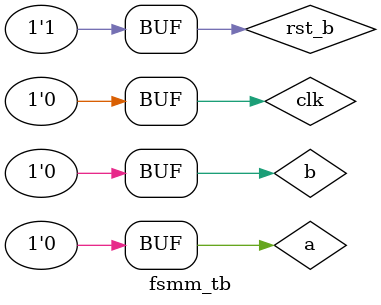
<source format=v>
module fsmm(
    input a,
    input b,
    input clk,
    input rst_b,
    output reg m,
    output reg n
);

localparam S0_ST  =  5'b00001;
localparam S1_ST  =  5'b00010;
localparam S2_ST  =  5'b00100;
localparam S3_ST  =  5'b01000;
localparam S4_ST  =  5'b10000;

reg [4:0] state, next_state;

always @(*) begin
    {m, n} = 2'b00;
    case(state)
        S0_ST : begin
            if(~a) begin
                next_state = S0_ST;
                {m, n} = 2'b00;
            end else if(a & b) begin
                next_state = S4_ST;
                {m, n} = 2'b10;
            end else if(a & ~b) begin
                next_state = S1_ST;
                {m, n} = 2'b01;
            end
        end
        S1_ST : begin
            next_state = S2_ST;
            {m, n} = 2'b11;
        end
        S2_ST : begin 
            if(~a) begin 
                next_state = S4_ST;
                {m, n} = 2'b01;
            end else begin
                next_state = S3_ST;
                {m, n} = 2'b10;
            end
        end
        S3_ST : begin 
            if(~a & b) begin
                next_state = S3_ST;
                {m, n} = 2'b11;
            end else if(a & ~b) begin
                next_state = S0_ST;
                {m, n} = 2'b11;
            end else if(a & b) begin
                next_state = S4_ST;
                {m, n} = 2'b00;
            end
        end
        S4_ST : begin
            if(~b) begin
                next_state = S4_ST;
                {m, n} = 2'b01;
            end else begin
                next_state = S1_ST;
                {m, n} = 2'b11;
            end
        end
    endcase
end

always @(posedge clk, negedge rst_b) begin
    if(~rst_b)
        state <= S0_ST;
    else
        state <= next_state;
end


endmodule

module fsmm_tb;

reg clk, rst_b, a, b;
wire m, n;

fsmm dut(
    .a(a),
    .b(b),
    .clk(clk),
    .rst_b(rst_b),
    .m(m),
    .n(n)
);

// Clock
localparam CLK_PERIOD = 100; 
localparam CLK_CYCLES = 8;
initial begin
    clk = 0;
    repeat (2*CLK_CYCLES) #(CLK_PERIOD/2) clk = ~clk;
end

// Reset
localparam RST_PULSE = CLK_PERIOD / 2;
initial begin
    rst_b = 0;
    #(RST_PULSE) rst_b = 1;
end

// a
initial begin
    a = 0;
    #(2 * CLK_PERIOD) a = 1;
    #(5 * CLK_PERIOD) a = 0;
end

// b
initial begin
    b = 0;
    #(CLK_PERIOD / 2) b = 1;
    #(CLK_PERIOD + CLK_PERIOD / 2) b = 0;
    #(CLK_PERIOD + CLK_PERIOD / 2) b = 1;
    #(CLK_PERIOD) b = 0;
    #(CLK_PERIOD) b = 1;
    #(2 * CLK_PERIOD) b = 0;
end

initial begin
    $display("a b | m n");
    $monitor("%b %b | %b %b", a, b, m, n);

end

endmodule
</source>
